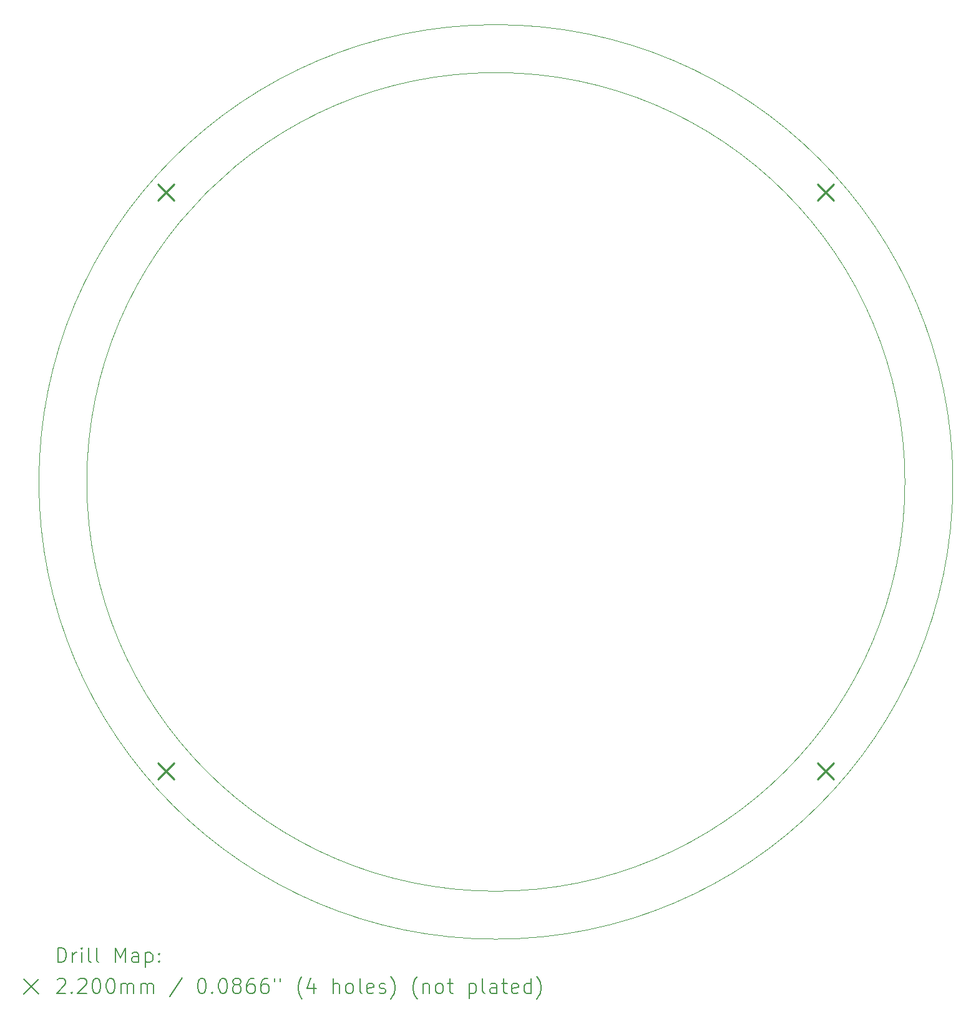
<source format=gbr>
%TF.GenerationSoftware,KiCad,Pcbnew,8.0.4*%
%TF.CreationDate,2024-11-19T03:06:26+11:00*%
%TF.ProjectId,RCS_WS2812B_Ring,5243535f-5753-4323-9831-32425f52696e,rev?*%
%TF.SameCoordinates,Original*%
%TF.FileFunction,Drillmap*%
%TF.FilePolarity,Positive*%
%FSLAX45Y45*%
G04 Gerber Fmt 4.5, Leading zero omitted, Abs format (unit mm)*
G04 Created by KiCad (PCBNEW 8.0.4) date 2024-11-19 03:06:26*
%MOMM*%
%LPD*%
G01*
G04 APERTURE LIST*
%ADD10C,0.050000*%
%ADD11C,0.200000*%
%ADD12C,0.220000*%
G04 APERTURE END LIST*
D10*
X5550000Y0D02*
G75*
G02*
X-5550000Y0I-5550000J0D01*
G01*
X-5550000Y0D02*
G75*
G02*
X5550000Y0I5550000J0D01*
G01*
X6200000Y0D02*
G75*
G02*
X-6200000Y0I-6200000J0D01*
G01*
X-6200000Y0D02*
G75*
G02*
X6200000Y0I6200000J0D01*
G01*
D11*
D12*
X-4583447Y4033108D02*
X-4363447Y3813108D01*
X-4363447Y4033108D02*
X-4583447Y3813108D01*
X-4583447Y-3813108D02*
X-4363447Y-4033108D01*
X-4363447Y-3813108D02*
X-4583447Y-4033108D01*
X4363447Y4033108D02*
X4583447Y3813108D01*
X4583447Y4033108D02*
X4363447Y3813108D01*
X4363447Y-3813108D02*
X4583447Y-4033108D01*
X4583447Y-3813108D02*
X4363447Y-4033108D01*
D11*
X-5941723Y-6513984D02*
X-5941723Y-6313984D01*
X-5941723Y-6313984D02*
X-5894104Y-6313984D01*
X-5894104Y-6313984D02*
X-5865533Y-6323508D01*
X-5865533Y-6323508D02*
X-5846485Y-6342555D01*
X-5846485Y-6342555D02*
X-5836961Y-6361603D01*
X-5836961Y-6361603D02*
X-5827437Y-6399698D01*
X-5827437Y-6399698D02*
X-5827437Y-6428269D01*
X-5827437Y-6428269D02*
X-5836961Y-6466365D01*
X-5836961Y-6466365D02*
X-5846485Y-6485412D01*
X-5846485Y-6485412D02*
X-5865533Y-6504460D01*
X-5865533Y-6504460D02*
X-5894104Y-6513984D01*
X-5894104Y-6513984D02*
X-5941723Y-6513984D01*
X-5741723Y-6513984D02*
X-5741723Y-6380650D01*
X-5741723Y-6418746D02*
X-5732199Y-6399698D01*
X-5732199Y-6399698D02*
X-5722675Y-6390174D01*
X-5722675Y-6390174D02*
X-5703628Y-6380650D01*
X-5703628Y-6380650D02*
X-5684580Y-6380650D01*
X-5617914Y-6513984D02*
X-5617914Y-6380650D01*
X-5617914Y-6313984D02*
X-5627437Y-6323508D01*
X-5627437Y-6323508D02*
X-5617914Y-6333031D01*
X-5617914Y-6333031D02*
X-5608390Y-6323508D01*
X-5608390Y-6323508D02*
X-5617914Y-6313984D01*
X-5617914Y-6313984D02*
X-5617914Y-6333031D01*
X-5494104Y-6513984D02*
X-5513152Y-6504460D01*
X-5513152Y-6504460D02*
X-5522676Y-6485412D01*
X-5522676Y-6485412D02*
X-5522676Y-6313984D01*
X-5389342Y-6513984D02*
X-5408390Y-6504460D01*
X-5408390Y-6504460D02*
X-5417914Y-6485412D01*
X-5417914Y-6485412D02*
X-5417914Y-6313984D01*
X-5160771Y-6513984D02*
X-5160771Y-6313984D01*
X-5160771Y-6313984D02*
X-5094104Y-6456841D01*
X-5094104Y-6456841D02*
X-5027437Y-6313984D01*
X-5027437Y-6313984D02*
X-5027437Y-6513984D01*
X-4846485Y-6513984D02*
X-4846485Y-6409222D01*
X-4846485Y-6409222D02*
X-4856009Y-6390174D01*
X-4856009Y-6390174D02*
X-4875056Y-6380650D01*
X-4875056Y-6380650D02*
X-4913152Y-6380650D01*
X-4913152Y-6380650D02*
X-4932199Y-6390174D01*
X-4846485Y-6504460D02*
X-4865533Y-6513984D01*
X-4865533Y-6513984D02*
X-4913152Y-6513984D01*
X-4913152Y-6513984D02*
X-4932199Y-6504460D01*
X-4932199Y-6504460D02*
X-4941723Y-6485412D01*
X-4941723Y-6485412D02*
X-4941723Y-6466365D01*
X-4941723Y-6466365D02*
X-4932199Y-6447317D01*
X-4932199Y-6447317D02*
X-4913152Y-6437793D01*
X-4913152Y-6437793D02*
X-4865533Y-6437793D01*
X-4865533Y-6437793D02*
X-4846485Y-6428269D01*
X-4751247Y-6380650D02*
X-4751247Y-6580650D01*
X-4751247Y-6390174D02*
X-4732199Y-6380650D01*
X-4732199Y-6380650D02*
X-4694104Y-6380650D01*
X-4694104Y-6380650D02*
X-4675056Y-6390174D01*
X-4675056Y-6390174D02*
X-4665533Y-6399698D01*
X-4665533Y-6399698D02*
X-4656009Y-6418746D01*
X-4656009Y-6418746D02*
X-4656009Y-6475888D01*
X-4656009Y-6475888D02*
X-4665533Y-6494936D01*
X-4665533Y-6494936D02*
X-4675056Y-6504460D01*
X-4675056Y-6504460D02*
X-4694104Y-6513984D01*
X-4694104Y-6513984D02*
X-4732199Y-6513984D01*
X-4732199Y-6513984D02*
X-4751247Y-6504460D01*
X-4570295Y-6494936D02*
X-4560771Y-6504460D01*
X-4560771Y-6504460D02*
X-4570295Y-6513984D01*
X-4570295Y-6513984D02*
X-4579818Y-6504460D01*
X-4579818Y-6504460D02*
X-4570295Y-6494936D01*
X-4570295Y-6494936D02*
X-4570295Y-6513984D01*
X-4570295Y-6390174D02*
X-4560771Y-6399698D01*
X-4560771Y-6399698D02*
X-4570295Y-6409222D01*
X-4570295Y-6409222D02*
X-4579818Y-6399698D01*
X-4579818Y-6399698D02*
X-4570295Y-6390174D01*
X-4570295Y-6390174D02*
X-4570295Y-6409222D01*
X-6402500Y-6742500D02*
X-6202500Y-6942500D01*
X-6202500Y-6742500D02*
X-6402500Y-6942500D01*
X-5951247Y-6753031D02*
X-5941723Y-6743508D01*
X-5941723Y-6743508D02*
X-5922675Y-6733984D01*
X-5922675Y-6733984D02*
X-5875056Y-6733984D01*
X-5875056Y-6733984D02*
X-5856009Y-6743508D01*
X-5856009Y-6743508D02*
X-5846485Y-6753031D01*
X-5846485Y-6753031D02*
X-5836961Y-6772079D01*
X-5836961Y-6772079D02*
X-5836961Y-6791127D01*
X-5836961Y-6791127D02*
X-5846485Y-6819698D01*
X-5846485Y-6819698D02*
X-5960771Y-6933984D01*
X-5960771Y-6933984D02*
X-5836961Y-6933984D01*
X-5751247Y-6914936D02*
X-5741723Y-6924460D01*
X-5741723Y-6924460D02*
X-5751247Y-6933984D01*
X-5751247Y-6933984D02*
X-5760771Y-6924460D01*
X-5760771Y-6924460D02*
X-5751247Y-6914936D01*
X-5751247Y-6914936D02*
X-5751247Y-6933984D01*
X-5665533Y-6753031D02*
X-5656009Y-6743508D01*
X-5656009Y-6743508D02*
X-5636961Y-6733984D01*
X-5636961Y-6733984D02*
X-5589342Y-6733984D01*
X-5589342Y-6733984D02*
X-5570295Y-6743508D01*
X-5570295Y-6743508D02*
X-5560771Y-6753031D01*
X-5560771Y-6753031D02*
X-5551247Y-6772079D01*
X-5551247Y-6772079D02*
X-5551247Y-6791127D01*
X-5551247Y-6791127D02*
X-5560771Y-6819698D01*
X-5560771Y-6819698D02*
X-5675056Y-6933984D01*
X-5675056Y-6933984D02*
X-5551247Y-6933984D01*
X-5427437Y-6733984D02*
X-5408390Y-6733984D01*
X-5408390Y-6733984D02*
X-5389342Y-6743508D01*
X-5389342Y-6743508D02*
X-5379818Y-6753031D01*
X-5379818Y-6753031D02*
X-5370295Y-6772079D01*
X-5370295Y-6772079D02*
X-5360771Y-6810174D01*
X-5360771Y-6810174D02*
X-5360771Y-6857793D01*
X-5360771Y-6857793D02*
X-5370295Y-6895888D01*
X-5370295Y-6895888D02*
X-5379818Y-6914936D01*
X-5379818Y-6914936D02*
X-5389342Y-6924460D01*
X-5389342Y-6924460D02*
X-5408390Y-6933984D01*
X-5408390Y-6933984D02*
X-5427437Y-6933984D01*
X-5427437Y-6933984D02*
X-5446485Y-6924460D01*
X-5446485Y-6924460D02*
X-5456009Y-6914936D01*
X-5456009Y-6914936D02*
X-5465533Y-6895888D01*
X-5465533Y-6895888D02*
X-5475056Y-6857793D01*
X-5475056Y-6857793D02*
X-5475056Y-6810174D01*
X-5475056Y-6810174D02*
X-5465533Y-6772079D01*
X-5465533Y-6772079D02*
X-5456009Y-6753031D01*
X-5456009Y-6753031D02*
X-5446485Y-6743508D01*
X-5446485Y-6743508D02*
X-5427437Y-6733984D01*
X-5236961Y-6733984D02*
X-5217914Y-6733984D01*
X-5217914Y-6733984D02*
X-5198866Y-6743508D01*
X-5198866Y-6743508D02*
X-5189342Y-6753031D01*
X-5189342Y-6753031D02*
X-5179818Y-6772079D01*
X-5179818Y-6772079D02*
X-5170295Y-6810174D01*
X-5170295Y-6810174D02*
X-5170295Y-6857793D01*
X-5170295Y-6857793D02*
X-5179818Y-6895888D01*
X-5179818Y-6895888D02*
X-5189342Y-6914936D01*
X-5189342Y-6914936D02*
X-5198866Y-6924460D01*
X-5198866Y-6924460D02*
X-5217914Y-6933984D01*
X-5217914Y-6933984D02*
X-5236961Y-6933984D01*
X-5236961Y-6933984D02*
X-5256009Y-6924460D01*
X-5256009Y-6924460D02*
X-5265533Y-6914936D01*
X-5265533Y-6914936D02*
X-5275056Y-6895888D01*
X-5275056Y-6895888D02*
X-5284580Y-6857793D01*
X-5284580Y-6857793D02*
X-5284580Y-6810174D01*
X-5284580Y-6810174D02*
X-5275056Y-6772079D01*
X-5275056Y-6772079D02*
X-5265533Y-6753031D01*
X-5265533Y-6753031D02*
X-5256009Y-6743508D01*
X-5256009Y-6743508D02*
X-5236961Y-6733984D01*
X-5084580Y-6933984D02*
X-5084580Y-6800650D01*
X-5084580Y-6819698D02*
X-5075056Y-6810174D01*
X-5075056Y-6810174D02*
X-5056009Y-6800650D01*
X-5056009Y-6800650D02*
X-5027437Y-6800650D01*
X-5027437Y-6800650D02*
X-5008390Y-6810174D01*
X-5008390Y-6810174D02*
X-4998866Y-6829222D01*
X-4998866Y-6829222D02*
X-4998866Y-6933984D01*
X-4998866Y-6829222D02*
X-4989342Y-6810174D01*
X-4989342Y-6810174D02*
X-4970295Y-6800650D01*
X-4970295Y-6800650D02*
X-4941723Y-6800650D01*
X-4941723Y-6800650D02*
X-4922675Y-6810174D01*
X-4922675Y-6810174D02*
X-4913152Y-6829222D01*
X-4913152Y-6829222D02*
X-4913152Y-6933984D01*
X-4817914Y-6933984D02*
X-4817914Y-6800650D01*
X-4817914Y-6819698D02*
X-4808390Y-6810174D01*
X-4808390Y-6810174D02*
X-4789342Y-6800650D01*
X-4789342Y-6800650D02*
X-4760771Y-6800650D01*
X-4760771Y-6800650D02*
X-4741723Y-6810174D01*
X-4741723Y-6810174D02*
X-4732199Y-6829222D01*
X-4732199Y-6829222D02*
X-4732199Y-6933984D01*
X-4732199Y-6829222D02*
X-4722675Y-6810174D01*
X-4722675Y-6810174D02*
X-4703628Y-6800650D01*
X-4703628Y-6800650D02*
X-4675056Y-6800650D01*
X-4675056Y-6800650D02*
X-4656009Y-6810174D01*
X-4656009Y-6810174D02*
X-4646485Y-6829222D01*
X-4646485Y-6829222D02*
X-4646485Y-6933984D01*
X-4256009Y-6724460D02*
X-4427437Y-6981603D01*
X-3998866Y-6733984D02*
X-3979818Y-6733984D01*
X-3979818Y-6733984D02*
X-3960770Y-6743508D01*
X-3960770Y-6743508D02*
X-3951247Y-6753031D01*
X-3951247Y-6753031D02*
X-3941723Y-6772079D01*
X-3941723Y-6772079D02*
X-3932199Y-6810174D01*
X-3932199Y-6810174D02*
X-3932199Y-6857793D01*
X-3932199Y-6857793D02*
X-3941723Y-6895888D01*
X-3941723Y-6895888D02*
X-3951247Y-6914936D01*
X-3951247Y-6914936D02*
X-3960770Y-6924460D01*
X-3960770Y-6924460D02*
X-3979818Y-6933984D01*
X-3979818Y-6933984D02*
X-3998866Y-6933984D01*
X-3998866Y-6933984D02*
X-4017913Y-6924460D01*
X-4017913Y-6924460D02*
X-4027437Y-6914936D01*
X-4027437Y-6914936D02*
X-4036961Y-6895888D01*
X-4036961Y-6895888D02*
X-4046485Y-6857793D01*
X-4046485Y-6857793D02*
X-4046485Y-6810174D01*
X-4046485Y-6810174D02*
X-4036961Y-6772079D01*
X-4036961Y-6772079D02*
X-4027437Y-6753031D01*
X-4027437Y-6753031D02*
X-4017913Y-6743508D01*
X-4017913Y-6743508D02*
X-3998866Y-6733984D01*
X-3846485Y-6914936D02*
X-3836961Y-6924460D01*
X-3836961Y-6924460D02*
X-3846485Y-6933984D01*
X-3846485Y-6933984D02*
X-3856009Y-6924460D01*
X-3856009Y-6924460D02*
X-3846485Y-6914936D01*
X-3846485Y-6914936D02*
X-3846485Y-6933984D01*
X-3713151Y-6733984D02*
X-3694104Y-6733984D01*
X-3694104Y-6733984D02*
X-3675056Y-6743508D01*
X-3675056Y-6743508D02*
X-3665532Y-6753031D01*
X-3665532Y-6753031D02*
X-3656009Y-6772079D01*
X-3656009Y-6772079D02*
X-3646485Y-6810174D01*
X-3646485Y-6810174D02*
X-3646485Y-6857793D01*
X-3646485Y-6857793D02*
X-3656009Y-6895888D01*
X-3656009Y-6895888D02*
X-3665532Y-6914936D01*
X-3665532Y-6914936D02*
X-3675056Y-6924460D01*
X-3675056Y-6924460D02*
X-3694104Y-6933984D01*
X-3694104Y-6933984D02*
X-3713151Y-6933984D01*
X-3713151Y-6933984D02*
X-3732199Y-6924460D01*
X-3732199Y-6924460D02*
X-3741723Y-6914936D01*
X-3741723Y-6914936D02*
X-3751247Y-6895888D01*
X-3751247Y-6895888D02*
X-3760770Y-6857793D01*
X-3760770Y-6857793D02*
X-3760770Y-6810174D01*
X-3760770Y-6810174D02*
X-3751247Y-6772079D01*
X-3751247Y-6772079D02*
X-3741723Y-6753031D01*
X-3741723Y-6753031D02*
X-3732199Y-6743508D01*
X-3732199Y-6743508D02*
X-3713151Y-6733984D01*
X-3532199Y-6819698D02*
X-3551247Y-6810174D01*
X-3551247Y-6810174D02*
X-3560770Y-6800650D01*
X-3560770Y-6800650D02*
X-3570294Y-6781603D01*
X-3570294Y-6781603D02*
X-3570294Y-6772079D01*
X-3570294Y-6772079D02*
X-3560770Y-6753031D01*
X-3560770Y-6753031D02*
X-3551247Y-6743508D01*
X-3551247Y-6743508D02*
X-3532199Y-6733984D01*
X-3532199Y-6733984D02*
X-3494104Y-6733984D01*
X-3494104Y-6733984D02*
X-3475056Y-6743508D01*
X-3475056Y-6743508D02*
X-3465532Y-6753031D01*
X-3465532Y-6753031D02*
X-3456009Y-6772079D01*
X-3456009Y-6772079D02*
X-3456009Y-6781603D01*
X-3456009Y-6781603D02*
X-3465532Y-6800650D01*
X-3465532Y-6800650D02*
X-3475056Y-6810174D01*
X-3475056Y-6810174D02*
X-3494104Y-6819698D01*
X-3494104Y-6819698D02*
X-3532199Y-6819698D01*
X-3532199Y-6819698D02*
X-3551247Y-6829222D01*
X-3551247Y-6829222D02*
X-3560770Y-6838746D01*
X-3560770Y-6838746D02*
X-3570294Y-6857793D01*
X-3570294Y-6857793D02*
X-3570294Y-6895888D01*
X-3570294Y-6895888D02*
X-3560770Y-6914936D01*
X-3560770Y-6914936D02*
X-3551247Y-6924460D01*
X-3551247Y-6924460D02*
X-3532199Y-6933984D01*
X-3532199Y-6933984D02*
X-3494104Y-6933984D01*
X-3494104Y-6933984D02*
X-3475056Y-6924460D01*
X-3475056Y-6924460D02*
X-3465532Y-6914936D01*
X-3465532Y-6914936D02*
X-3456009Y-6895888D01*
X-3456009Y-6895888D02*
X-3456009Y-6857793D01*
X-3456009Y-6857793D02*
X-3465532Y-6838746D01*
X-3465532Y-6838746D02*
X-3475056Y-6829222D01*
X-3475056Y-6829222D02*
X-3494104Y-6819698D01*
X-3284580Y-6733984D02*
X-3322675Y-6733984D01*
X-3322675Y-6733984D02*
X-3341723Y-6743508D01*
X-3341723Y-6743508D02*
X-3351247Y-6753031D01*
X-3351247Y-6753031D02*
X-3370294Y-6781603D01*
X-3370294Y-6781603D02*
X-3379818Y-6819698D01*
X-3379818Y-6819698D02*
X-3379818Y-6895888D01*
X-3379818Y-6895888D02*
X-3370294Y-6914936D01*
X-3370294Y-6914936D02*
X-3360770Y-6924460D01*
X-3360770Y-6924460D02*
X-3341723Y-6933984D01*
X-3341723Y-6933984D02*
X-3303628Y-6933984D01*
X-3303628Y-6933984D02*
X-3284580Y-6924460D01*
X-3284580Y-6924460D02*
X-3275056Y-6914936D01*
X-3275056Y-6914936D02*
X-3265532Y-6895888D01*
X-3265532Y-6895888D02*
X-3265532Y-6848269D01*
X-3265532Y-6848269D02*
X-3275056Y-6829222D01*
X-3275056Y-6829222D02*
X-3284580Y-6819698D01*
X-3284580Y-6819698D02*
X-3303628Y-6810174D01*
X-3303628Y-6810174D02*
X-3341723Y-6810174D01*
X-3341723Y-6810174D02*
X-3360770Y-6819698D01*
X-3360770Y-6819698D02*
X-3370294Y-6829222D01*
X-3370294Y-6829222D02*
X-3379818Y-6848269D01*
X-3094104Y-6733984D02*
X-3132199Y-6733984D01*
X-3132199Y-6733984D02*
X-3151247Y-6743508D01*
X-3151247Y-6743508D02*
X-3160770Y-6753031D01*
X-3160770Y-6753031D02*
X-3179818Y-6781603D01*
X-3179818Y-6781603D02*
X-3189342Y-6819698D01*
X-3189342Y-6819698D02*
X-3189342Y-6895888D01*
X-3189342Y-6895888D02*
X-3179818Y-6914936D01*
X-3179818Y-6914936D02*
X-3170294Y-6924460D01*
X-3170294Y-6924460D02*
X-3151247Y-6933984D01*
X-3151247Y-6933984D02*
X-3113151Y-6933984D01*
X-3113151Y-6933984D02*
X-3094104Y-6924460D01*
X-3094104Y-6924460D02*
X-3084580Y-6914936D01*
X-3084580Y-6914936D02*
X-3075056Y-6895888D01*
X-3075056Y-6895888D02*
X-3075056Y-6848269D01*
X-3075056Y-6848269D02*
X-3084580Y-6829222D01*
X-3084580Y-6829222D02*
X-3094104Y-6819698D01*
X-3094104Y-6819698D02*
X-3113151Y-6810174D01*
X-3113151Y-6810174D02*
X-3151247Y-6810174D01*
X-3151247Y-6810174D02*
X-3170294Y-6819698D01*
X-3170294Y-6819698D02*
X-3179818Y-6829222D01*
X-3179818Y-6829222D02*
X-3189342Y-6848269D01*
X-2998866Y-6733984D02*
X-2998866Y-6772079D01*
X-2922675Y-6733984D02*
X-2922675Y-6772079D01*
X-2627437Y-7010174D02*
X-2636961Y-7000650D01*
X-2636961Y-7000650D02*
X-2656009Y-6972079D01*
X-2656009Y-6972079D02*
X-2665532Y-6953031D01*
X-2665532Y-6953031D02*
X-2675056Y-6924460D01*
X-2675056Y-6924460D02*
X-2684580Y-6876841D01*
X-2684580Y-6876841D02*
X-2684580Y-6838746D01*
X-2684580Y-6838746D02*
X-2675056Y-6791127D01*
X-2675056Y-6791127D02*
X-2665532Y-6762555D01*
X-2665532Y-6762555D02*
X-2656009Y-6743508D01*
X-2656009Y-6743508D02*
X-2636961Y-6714936D01*
X-2636961Y-6714936D02*
X-2627437Y-6705412D01*
X-2465532Y-6800650D02*
X-2465532Y-6933984D01*
X-2513151Y-6724460D02*
X-2560770Y-6867317D01*
X-2560770Y-6867317D02*
X-2436961Y-6867317D01*
X-2208389Y-6933984D02*
X-2208389Y-6733984D01*
X-2122675Y-6933984D02*
X-2122675Y-6829222D01*
X-2122675Y-6829222D02*
X-2132199Y-6810174D01*
X-2132199Y-6810174D02*
X-2151247Y-6800650D01*
X-2151247Y-6800650D02*
X-2179818Y-6800650D01*
X-2179818Y-6800650D02*
X-2198866Y-6810174D01*
X-2198866Y-6810174D02*
X-2208389Y-6819698D01*
X-1998866Y-6933984D02*
X-2017913Y-6924460D01*
X-2017913Y-6924460D02*
X-2027437Y-6914936D01*
X-2027437Y-6914936D02*
X-2036961Y-6895888D01*
X-2036961Y-6895888D02*
X-2036961Y-6838746D01*
X-2036961Y-6838746D02*
X-2027437Y-6819698D01*
X-2027437Y-6819698D02*
X-2017913Y-6810174D01*
X-2017913Y-6810174D02*
X-1998866Y-6800650D01*
X-1998866Y-6800650D02*
X-1970294Y-6800650D01*
X-1970294Y-6800650D02*
X-1951246Y-6810174D01*
X-1951246Y-6810174D02*
X-1941723Y-6819698D01*
X-1941723Y-6819698D02*
X-1932199Y-6838746D01*
X-1932199Y-6838746D02*
X-1932199Y-6895888D01*
X-1932199Y-6895888D02*
X-1941723Y-6914936D01*
X-1941723Y-6914936D02*
X-1951246Y-6924460D01*
X-1951246Y-6924460D02*
X-1970294Y-6933984D01*
X-1970294Y-6933984D02*
X-1998866Y-6933984D01*
X-1817913Y-6933984D02*
X-1836961Y-6924460D01*
X-1836961Y-6924460D02*
X-1846485Y-6905412D01*
X-1846485Y-6905412D02*
X-1846485Y-6733984D01*
X-1665532Y-6924460D02*
X-1684580Y-6933984D01*
X-1684580Y-6933984D02*
X-1722675Y-6933984D01*
X-1722675Y-6933984D02*
X-1741723Y-6924460D01*
X-1741723Y-6924460D02*
X-1751246Y-6905412D01*
X-1751246Y-6905412D02*
X-1751246Y-6829222D01*
X-1751246Y-6829222D02*
X-1741723Y-6810174D01*
X-1741723Y-6810174D02*
X-1722675Y-6800650D01*
X-1722675Y-6800650D02*
X-1684580Y-6800650D01*
X-1684580Y-6800650D02*
X-1665532Y-6810174D01*
X-1665532Y-6810174D02*
X-1656008Y-6829222D01*
X-1656008Y-6829222D02*
X-1656008Y-6848269D01*
X-1656008Y-6848269D02*
X-1751246Y-6867317D01*
X-1579818Y-6924460D02*
X-1560770Y-6933984D01*
X-1560770Y-6933984D02*
X-1522675Y-6933984D01*
X-1522675Y-6933984D02*
X-1503627Y-6924460D01*
X-1503627Y-6924460D02*
X-1494104Y-6905412D01*
X-1494104Y-6905412D02*
X-1494104Y-6895888D01*
X-1494104Y-6895888D02*
X-1503627Y-6876841D01*
X-1503627Y-6876841D02*
X-1522675Y-6867317D01*
X-1522675Y-6867317D02*
X-1551246Y-6867317D01*
X-1551246Y-6867317D02*
X-1570294Y-6857793D01*
X-1570294Y-6857793D02*
X-1579818Y-6838746D01*
X-1579818Y-6838746D02*
X-1579818Y-6829222D01*
X-1579818Y-6829222D02*
X-1570294Y-6810174D01*
X-1570294Y-6810174D02*
X-1551246Y-6800650D01*
X-1551246Y-6800650D02*
X-1522675Y-6800650D01*
X-1522675Y-6800650D02*
X-1503627Y-6810174D01*
X-1427437Y-7010174D02*
X-1417913Y-7000650D01*
X-1417913Y-7000650D02*
X-1398865Y-6972079D01*
X-1398865Y-6972079D02*
X-1389342Y-6953031D01*
X-1389342Y-6953031D02*
X-1379818Y-6924460D01*
X-1379818Y-6924460D02*
X-1370294Y-6876841D01*
X-1370294Y-6876841D02*
X-1370294Y-6838746D01*
X-1370294Y-6838746D02*
X-1379818Y-6791127D01*
X-1379818Y-6791127D02*
X-1389342Y-6762555D01*
X-1389342Y-6762555D02*
X-1398865Y-6743508D01*
X-1398865Y-6743508D02*
X-1417913Y-6714936D01*
X-1417913Y-6714936D02*
X-1427437Y-6705412D01*
X-1065532Y-7010174D02*
X-1075056Y-7000650D01*
X-1075056Y-7000650D02*
X-1094104Y-6972079D01*
X-1094104Y-6972079D02*
X-1103627Y-6953031D01*
X-1103627Y-6953031D02*
X-1113151Y-6924460D01*
X-1113151Y-6924460D02*
X-1122675Y-6876841D01*
X-1122675Y-6876841D02*
X-1122675Y-6838746D01*
X-1122675Y-6838746D02*
X-1113151Y-6791127D01*
X-1113151Y-6791127D02*
X-1103627Y-6762555D01*
X-1103627Y-6762555D02*
X-1094104Y-6743508D01*
X-1094104Y-6743508D02*
X-1075056Y-6714936D01*
X-1075056Y-6714936D02*
X-1065532Y-6705412D01*
X-989342Y-6800650D02*
X-989342Y-6933984D01*
X-989342Y-6819698D02*
X-979818Y-6810174D01*
X-979818Y-6810174D02*
X-960770Y-6800650D01*
X-960770Y-6800650D02*
X-932199Y-6800650D01*
X-932199Y-6800650D02*
X-913151Y-6810174D01*
X-913151Y-6810174D02*
X-903627Y-6829222D01*
X-903627Y-6829222D02*
X-903627Y-6933984D01*
X-779818Y-6933984D02*
X-798865Y-6924460D01*
X-798865Y-6924460D02*
X-808389Y-6914936D01*
X-808389Y-6914936D02*
X-817913Y-6895888D01*
X-817913Y-6895888D02*
X-817913Y-6838746D01*
X-817913Y-6838746D02*
X-808389Y-6819698D01*
X-808389Y-6819698D02*
X-798865Y-6810174D01*
X-798865Y-6810174D02*
X-779818Y-6800650D01*
X-779818Y-6800650D02*
X-751246Y-6800650D01*
X-751246Y-6800650D02*
X-732199Y-6810174D01*
X-732199Y-6810174D02*
X-722675Y-6819698D01*
X-722675Y-6819698D02*
X-713151Y-6838746D01*
X-713151Y-6838746D02*
X-713151Y-6895888D01*
X-713151Y-6895888D02*
X-722675Y-6914936D01*
X-722675Y-6914936D02*
X-732199Y-6924460D01*
X-732199Y-6924460D02*
X-751246Y-6933984D01*
X-751246Y-6933984D02*
X-779818Y-6933984D01*
X-656008Y-6800650D02*
X-579818Y-6800650D01*
X-627437Y-6733984D02*
X-627437Y-6905412D01*
X-627437Y-6905412D02*
X-617913Y-6924460D01*
X-617913Y-6924460D02*
X-598866Y-6933984D01*
X-598866Y-6933984D02*
X-579818Y-6933984D01*
X-360770Y-6800650D02*
X-360770Y-7000650D01*
X-360770Y-6810174D02*
X-341723Y-6800650D01*
X-341723Y-6800650D02*
X-303627Y-6800650D01*
X-303627Y-6800650D02*
X-284580Y-6810174D01*
X-284580Y-6810174D02*
X-275056Y-6819698D01*
X-275056Y-6819698D02*
X-265532Y-6838746D01*
X-265532Y-6838746D02*
X-265532Y-6895888D01*
X-265532Y-6895888D02*
X-275056Y-6914936D01*
X-275056Y-6914936D02*
X-284580Y-6924460D01*
X-284580Y-6924460D02*
X-303627Y-6933984D01*
X-303627Y-6933984D02*
X-341723Y-6933984D01*
X-341723Y-6933984D02*
X-360770Y-6924460D01*
X-151246Y-6933984D02*
X-170294Y-6924460D01*
X-170294Y-6924460D02*
X-179818Y-6905412D01*
X-179818Y-6905412D02*
X-179818Y-6733984D01*
X10658Y-6933984D02*
X10658Y-6829222D01*
X10658Y-6829222D02*
X1135Y-6810174D01*
X1135Y-6810174D02*
X-17913Y-6800650D01*
X-17913Y-6800650D02*
X-56008Y-6800650D01*
X-56008Y-6800650D02*
X-75056Y-6810174D01*
X10658Y-6924460D02*
X-8389Y-6933984D01*
X-8389Y-6933984D02*
X-56008Y-6933984D01*
X-56008Y-6933984D02*
X-75056Y-6924460D01*
X-75056Y-6924460D02*
X-84580Y-6905412D01*
X-84580Y-6905412D02*
X-84580Y-6886365D01*
X-84580Y-6886365D02*
X-75056Y-6867317D01*
X-75056Y-6867317D02*
X-56008Y-6857793D01*
X-56008Y-6857793D02*
X-8389Y-6857793D01*
X-8389Y-6857793D02*
X10658Y-6848269D01*
X77325Y-6800650D02*
X153515Y-6800650D01*
X105896Y-6733984D02*
X105896Y-6905412D01*
X105896Y-6905412D02*
X115420Y-6924460D01*
X115420Y-6924460D02*
X134468Y-6933984D01*
X134468Y-6933984D02*
X153515Y-6933984D01*
X296373Y-6924460D02*
X277325Y-6933984D01*
X277325Y-6933984D02*
X239230Y-6933984D01*
X239230Y-6933984D02*
X220182Y-6924460D01*
X220182Y-6924460D02*
X210658Y-6905412D01*
X210658Y-6905412D02*
X210658Y-6829222D01*
X210658Y-6829222D02*
X220182Y-6810174D01*
X220182Y-6810174D02*
X239230Y-6800650D01*
X239230Y-6800650D02*
X277325Y-6800650D01*
X277325Y-6800650D02*
X296373Y-6810174D01*
X296373Y-6810174D02*
X305896Y-6829222D01*
X305896Y-6829222D02*
X305896Y-6848269D01*
X305896Y-6848269D02*
X210658Y-6867317D01*
X477325Y-6933984D02*
X477325Y-6733984D01*
X477325Y-6924460D02*
X458277Y-6933984D01*
X458277Y-6933984D02*
X420182Y-6933984D01*
X420182Y-6933984D02*
X401134Y-6924460D01*
X401134Y-6924460D02*
X391611Y-6914936D01*
X391611Y-6914936D02*
X382087Y-6895888D01*
X382087Y-6895888D02*
X382087Y-6838746D01*
X382087Y-6838746D02*
X391611Y-6819698D01*
X391611Y-6819698D02*
X401134Y-6810174D01*
X401134Y-6810174D02*
X420182Y-6800650D01*
X420182Y-6800650D02*
X458277Y-6800650D01*
X458277Y-6800650D02*
X477325Y-6810174D01*
X553516Y-7010174D02*
X563039Y-7000650D01*
X563039Y-7000650D02*
X582087Y-6972079D01*
X582087Y-6972079D02*
X591611Y-6953031D01*
X591611Y-6953031D02*
X601135Y-6924460D01*
X601135Y-6924460D02*
X610658Y-6876841D01*
X610658Y-6876841D02*
X610658Y-6838746D01*
X610658Y-6838746D02*
X601135Y-6791127D01*
X601135Y-6791127D02*
X591611Y-6762555D01*
X591611Y-6762555D02*
X582087Y-6743508D01*
X582087Y-6743508D02*
X563039Y-6714936D01*
X563039Y-6714936D02*
X553516Y-6705412D01*
M02*

</source>
